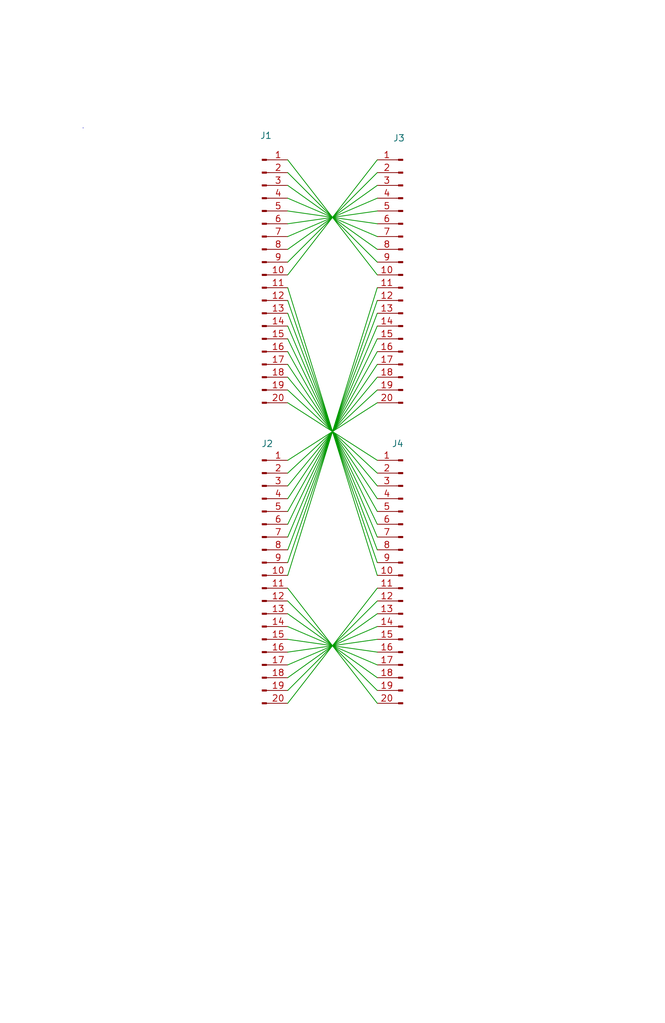
<source format=kicad_sch>
(kicad_sch (version 20231120) (generator "eeschema") (generator_version "8.0")
  (paper "User" 132.08 203.2)
  (lib_symbols
    (symbol "Connector:Conn_01x20_Pin" (pin_names (offset 1.016) hide)
      (property "Reference" "J" (at 0 25.4 0))
      (property "Value" "Conn_01x20_Pin" (at 0 -27.94 0))
      (symbol "Conn_01x20_Pin_1_1"
        (polyline (pts (xy 1.27 -25.4) (xy 0.8636 -25.4)) (stroke (width 0.1524)))
        (polyline (pts (xy 1.27 -22.86) (xy 0.8636 -22.86)) (stroke (width 0.1524)))
        (polyline (pts (xy 1.27 -20.32) (xy 0.8636 -20.32)) (stroke (width 0.1524)))
        (polyline (pts (xy 1.27 -17.78) (xy 0.8636 -17.78)) (stroke (width 0.1524)))
        (polyline (pts (xy 1.27 -15.24) (xy 0.8636 -15.24)) (stroke (width 0.1524)))
        (polyline (pts (xy 1.27 -12.7) (xy 0.8636 -12.7)) (stroke (width 0.1524)))
        (polyline (pts (xy 1.27 -10.16) (xy 0.8636 -10.16)) (stroke (width 0.1524)))
        (polyline (pts (xy 1.27 -7.62) (xy 0.8636 -7.62)) (stroke (width 0.1524)))
        (polyline (pts (xy 1.27 -5.08) (xy 0.8636 -5.08)) (stroke (width 0.1524)))
        (polyline (pts (xy 1.27 -2.54) (xy 0.8636 -2.54)) (stroke (width 0.1524)))
        (polyline (pts (xy 1.27 0) (xy 0.8636 0)) (stroke (width 0.1524)))
        (polyline (pts (xy 1.27 2.54) (xy 0.8636 2.54)) (stroke (width 0.1524)))
        (polyline (pts (xy 1.27 5.08) (xy 0.8636 5.08)) (stroke (width 0.1524)))
        (polyline (pts (xy 1.27 7.62) (xy 0.8636 7.62)) (stroke (width 0.1524)))
        (polyline (pts (xy 1.27 10.16) (xy 0.8636 10.16)) (stroke (width 0.1524)))
        (polyline (pts (xy 1.27 12.7) (xy 0.8636 12.7)) (stroke (width 0.1524)))
        (polyline (pts (xy 1.27 15.24) (xy 0.8636 15.24)) (stroke (width 0.1524)))
        (polyline (pts (xy 1.27 17.78) (xy 0.8636 17.78)) (stroke (width 0.1524)))
        (polyline (pts (xy 1.27 20.32) (xy 0.8636 20.32)) (stroke (width 0.1524)))
        (polyline (pts (xy 1.27 22.86) (xy 0.8636 22.86)) (stroke (width 0.1524)))
        (rectangle (start 0.8636 -25.273) (end 0 -25.527) (stroke (width 0.1524)) (fill (type outline)))
        (rectangle (start 0.8636 -22.733) (end 0 -22.987) (stroke (width 0.1524)) (fill (type outline)))
        (rectangle (start 0.8636 -20.193) (end 0 -20.447) (stroke (width 0.1524)) (fill (type outline)))
        (rectangle (start 0.8636 -17.653) (end 0 -17.907) (stroke (width 0.1524)) (fill (type outline)))
        (rectangle (start 0.8636 -15.113) (end 0 -15.367) (stroke (width 0.1524)) (fill (type outline)))
        (rectangle (start 0.8636 -12.573) (end 0 -12.827) (stroke (width 0.1524)) (fill (type outline)))
        (rectangle (start 0.8636 -10.033) (end 0 -10.287) (stroke (width 0.1524)) (fill (type outline)))
        (rectangle (start 0.8636 -7.493) (end 0 -7.747) (stroke (width 0.1524)) (fill (type outline)))
        (rectangle (start 0.8636 -4.953) (end 0 -5.207) (stroke (width 0.1524)) (fill (type outline)))
        (rectangle (start 0.8636 -2.413) (end 0 -2.667) (stroke (width 0.1524)) (fill (type outline)))
        (rectangle (start 0.8636 0.127) (end 0 -0.127) (stroke (width 0.1524)) (fill (type outline)))
        (rectangle (start 0.8636 2.667) (end 0 2.413) (stroke (width 0.1524)) (fill (type outline)))
        (rectangle (start 0.8636 5.207) (end 0 4.953) (stroke (width 0.1524)) (fill (type outline)))
        (rectangle (start 0.8636 7.747) (end 0 7.493) (stroke (width 0.1524)) (fill (type outline)))
        (rectangle (start 0.8636 10.287) (end 0 10.033) (stroke (width 0.1524)) (fill (type outline)))
        (rectangle (start 0.8636 12.827) (end 0 12.573) (stroke (width 0.1524)) (fill (type outline)))
        (rectangle (start 0.8636 15.367) (end 0 15.113) (stroke (width 0.1524)) (fill (type outline)))
        (rectangle (start 0.8636 17.907) (end 0 17.653) (stroke (width 0.1524)) (fill (type outline)))
        (rectangle (start 0.8636 20.447) (end 0 20.193) (stroke (width 0.1524)) (fill (type outline)))
        (rectangle (start 0.8636 22.987) (end 0 22.733) (stroke (width 0.1524)) (fill (type outline)))
        (pin passive line (at 5.08 22.86 180) (length 3.81) (name "Pin_1") (number "1"))
        (pin passive line (at 5.08 0 180) (length 3.81) (name "Pin_10") (number "10"))
        (pin passive line (at 5.08 -2.54 180) (length 3.81) (name "Pin_11") (number "11"))
        (pin passive line (at 5.08 -5.08 180) (length 3.81) (name "Pin_12") (number "12"))
        (pin passive line (at 5.08 -7.62 180) (length 3.81) (name "Pin_13") (number "13"))
        (pin passive line (at 5.08 -10.16 180) (length 3.81) (name "Pin_14") (number "14"))
        (pin passive line (at 5.08 -12.7 180) (length 3.81) (name "Pin_15") (number "15"))
        (pin passive line (at 5.08 -15.24 180) (length 3.81) (name "Pin_16") (number "16"))
        (pin passive line (at 5.08 -17.78 180) (length 3.81) (name "Pin_17") (number "17"))
        (pin passive line (at 5.08 -20.32 180) (length 3.81) (name "Pin_18") (number "18"))
        (pin passive line (at 5.08 -22.86 180) (length 3.81) (name "Pin_19") (number "19"))
        (pin passive line (at 5.08 20.32 180) (length 3.81) (name "Pin_2") (number "2"))
        (pin passive line (at 5.08 -25.4 180) (length 3.81) (name "Pin_20") (number "20"))
        (pin passive line (at 5.08 17.78 180) (length 3.81) (name "Pin_3") (number "3"))
        (pin passive line (at 5.08 15.24 180) (length 3.81) (name "Pin_4") (number "4"))
        (pin passive line (at 5.08 12.7 180) (length 3.81) (name "Pin_5") (number "5"))
        (pin passive line (at 5.08 10.16 180) (length 3.81) (name "Pin_6") (number "6"))
        (pin passive line (at 5.08 7.62 180) (length 3.81) (name "Pin_7") (number "7"))
        (pin passive line (at 5.08 5.08 180) (length 3.81) (name "Pin_8") (number "8"))
        (pin passive line (at 5.08 2.54 180) (length 3.81) (name "Pin_9") (number "9"))
      )
    )
  )
  (wire (pts (xy 74.93 137.16) (xy 57.15 119.38)))
  (wire (pts (xy 57.15 111.76) (xy 74.93 59.69)))
  (wire (pts (xy 74.93 132.08) (xy 57.15 124.46)))
  (wire (pts (xy 57.15 57.15) (xy 74.93 114.3)))
  (wire (pts (xy 74.93 69.85) (xy 57.15 101.6)))
  (wire (pts (xy 74.93 74.93) (xy 57.15 96.52)))
  (wire (pts (xy 57.15 93.98) (xy 74.93 77.47)))
  (wire (pts (xy 57.15 34.29) (xy 74.93 52.07)))
  (wire (pts (xy 57.15 46.99) (xy 74.93 39.37)))
  (wire (pts (xy 57.15 36.83) (xy 74.93 49.53)))
  (wire (pts (xy 57.15 116.84) (xy 74.93 139.7)))
  (wire (pts (xy 57.15 49.53) (xy 74.93 36.83)))
  (wire (pts (xy 57.15 104.14) (xy 74.93 67.31)))
  (wire (pts (xy 57.15 80.01) (xy 74.93 91.44)))
  (wire (pts (xy 57.15 41.91) (xy 74.93 44.45)))
  (wire (pts (xy 57.15 109.22) (xy 74.93 62.23)))
  (wire (pts (xy 57.15 59.69) (xy 74.93 111.76)))
  (polyline (pts (xy 16.51 25.4) (xy 16.51 25.4)))
  (wire (pts (xy 74.93 116.84) (xy 57.15 139.7)))
  (wire (pts (xy 57.15 39.37) (xy 74.93 46.99)))
  (wire (pts (xy 74.93 121.92) (xy 57.15 134.62)))
  (wire (pts (xy 74.93 127) (xy 57.15 129.54)))
  (wire (pts (xy 57.15 137.16) (xy 74.93 119.38)))
  (wire (pts (xy 57.15 106.68) (xy 74.93 64.77)))
  (wire (pts (xy 74.93 80.01) (xy 57.15 91.44)))
  (wire (pts (xy 57.15 69.85) (xy 74.93 101.6)))
  (wire (pts (xy 57.15 62.23) (xy 74.93 109.22)))
  (wire (pts (xy 57.15 114.3) (xy 74.93 57.15)))
  (wire (pts (xy 57.15 132.08) (xy 74.93 124.46)))
  (wire (pts (xy 57.15 127) (xy 74.93 129.54)))
  (wire (pts (xy 57.15 72.39) (xy 74.93 99.06)))
  (wire (pts (xy 57.15 67.31) (xy 74.93 104.14)))
  (wire (pts (xy 57.15 44.45) (xy 74.93 41.91)))
  (wire (pts (xy 57.15 99.06) (xy 74.93 72.39)))
  (wire (pts (xy 57.15 54.61) (xy 74.93 31.75)))
  (wire (pts (xy 57.15 52.07) (xy 74.93 34.29)))
  (wire (pts (xy 57.15 74.93) (xy 74.93 96.52)))
  (wire (pts (xy 57.15 64.77) (xy 74.93 106.68)))
  (wire (pts (xy 57.15 121.92) (xy 74.93 134.62)))
  (wire (pts (xy 57.15 77.47) (xy 74.93 93.98)))
  (wire (pts (xy 57.15 31.75) (xy 74.93 54.61)))
  (symbol (lib_id "Connector:Conn_01x20_Pin") (at 80.01 54.61 0) (mirror y) (unit 1)
    (property "Reference" "J3" (at 79.248 27.432 0))
    (property "Value" "Conn_01x20_Pin" (effects (hide yes)))
    (property "Footprint" "Connector_PinHeader_2.54mm:PinHeader_1x20_P2.54mm_Vertical" (effects (hide yes)))
    (property "Description" "Generic connector, single row, 01x20, script generated" (effects (hide yes)))
    (property "Group" "Connector" (effects (hide yes)))
  )
  (symbol (lib_id "Connector:Conn_01x20_Pin") (at 52.07 54.61 0) (unit 1)
    (property "Reference" "J1" (at 52.832 26.924 0))
    (property "Value" "Conn_01x20_Pin" (effects (hide yes)))
    (property "Footprint" "ILO_fp:Hirose_DF12NB_receptacle" (effects (hide yes)))
    (property "Description" "Generic connector, single row, 01x20, script generated" (effects (hide yes)))
    (property "Group" "Connector" (effects (hide yes)))
    (property "Export" "yes" (effects (hide yes)))
    (property "LCSC" "C2917814" (effects (hide yes)))
    (property "Mount" "SMD" (effects (hide yes)))
  )
  (symbol (lib_id "Connector:Conn_01x20_Pin") (at 52.07 114.3 0) (unit 1)
    (property "Reference" "J2" (at 53.086 88.138 0))
    (property "Value" "Conn_01x20_Pin" (effects (hide yes)))
    (property "Footprint" "ILO_fp:Hirose_DF12NB_receptacle" (effects (hide yes)))
    (property "Description" "Generic connector, single row, 01x20, script generated" (effects (hide yes)))
    (property "Group" "Connector" (effects (hide yes)))
    (property "Export" "yes" (effects (hide yes)))
    (property "LCSC" "C2917814" (effects (hide yes)))
    (property "Mount" "SMD" (effects (hide yes)))
  )
  (symbol (lib_id "Connector:Conn_01x20_Pin") (at 80.01 114.3 0) (mirror y) (unit 1)
    (property "Reference" "J4" (at 78.994 88.138 0))
    (property "Value" "Conn_01x20_Pin" (effects (hide yes)))
    (property "Footprint" "Connector_PinHeader_2.54mm:PinHeader_1x20_P2.54mm_Vertical" (effects (hide yes)))
    (property "Description" "Generic connector, single row, 01x20, script generated" (effects (hide yes)))
    (property "Group" "Connector" (effects (hide yes)))
  )
)
</source>
